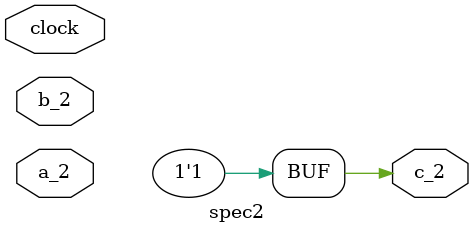
<source format=v>
/* Generated by Yosys 0.47+149 (git sha1 384c19119, clang++ 18.1.8 -fPIC -O3) */

module spec2(clock, a_2, b_2, c_2);
input clock;
wire clock;
  input a_2;
  wire a_2;
  input b_2;
  wire b_2;
  output c_2;
  wire c_2;
  assign c_2 = ~1'h0;
endmodule

</source>
